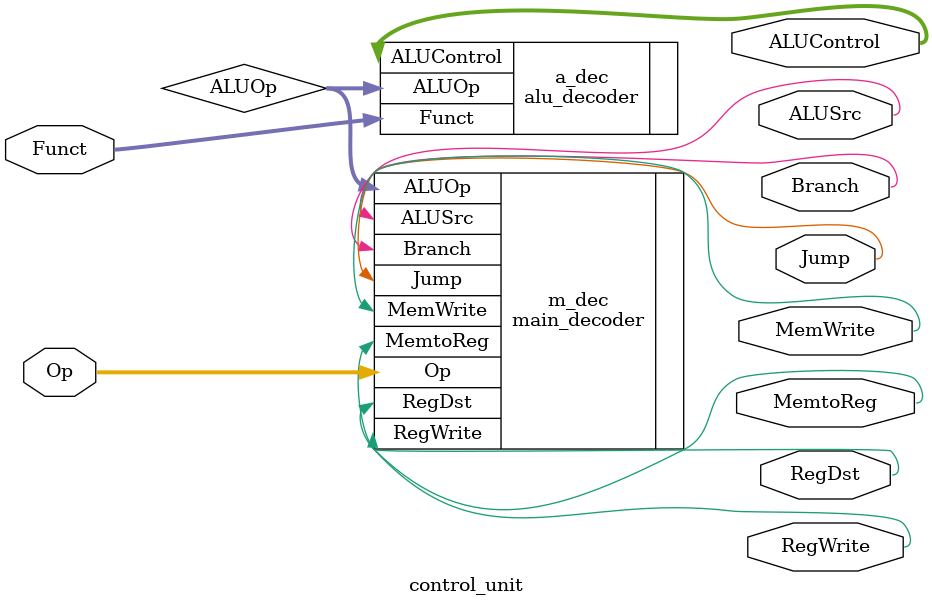
<source format=v>

module control_unit (Op, Funct, MemtoReg, MemWrite, Branch, ALUControl, ALUSrc, RegDst, RegWrite, Jump);

//===========================================================
// Port Declarations
//===========================================================
input  [5:0] Op;        // 6-bit opcode from the instruction
input  [5:0] Funct;     // 6-bit function code for R-type instructions
output MemtoReg;        // Control signal to select between ALU result and memory data
output MemWrite;        // Control signal to enable memory write
output Branch;         // Control signal to enable branching
output ALUSrc;         // Control signal to select between register and immediate for ALU
output RegDst;         // Control signal to select destination register
output RegWrite;       // Control signal to enable register write
output Jump;          // Control signal to enable jump operations
output [2:0] ALUControl; // 3-bit control signal for ALU operation

// Internal wire for ALU operation codes
wire [1:0] ALUOp;     // 2-bit ALU operation code for ALU decoding

//===========================================================
// Module Instantiations
//===========================================================
// Instantiate the main decoder to generate control signals based on the opcode
main_decoder m_dec (
    .Op(Op),
    .MemtoReg(MemtoReg),
    .MemWrite(MemWrite),
    .Branch(Branch),
    .ALUSrc(ALUSrc),
    .RegDst(RegDst),
    .RegWrite(RegWrite),
    .ALUOp(ALUOp),
    .Jump(Jump)
);

// Instantiate the ALU decoder to generate ALU control signals based on the function code
alu_decoder a_dec (
    .Funct(Funct),
    .ALUOp(ALUOp),
    .ALUControl(ALUControl)
);

endmodule

</source>
